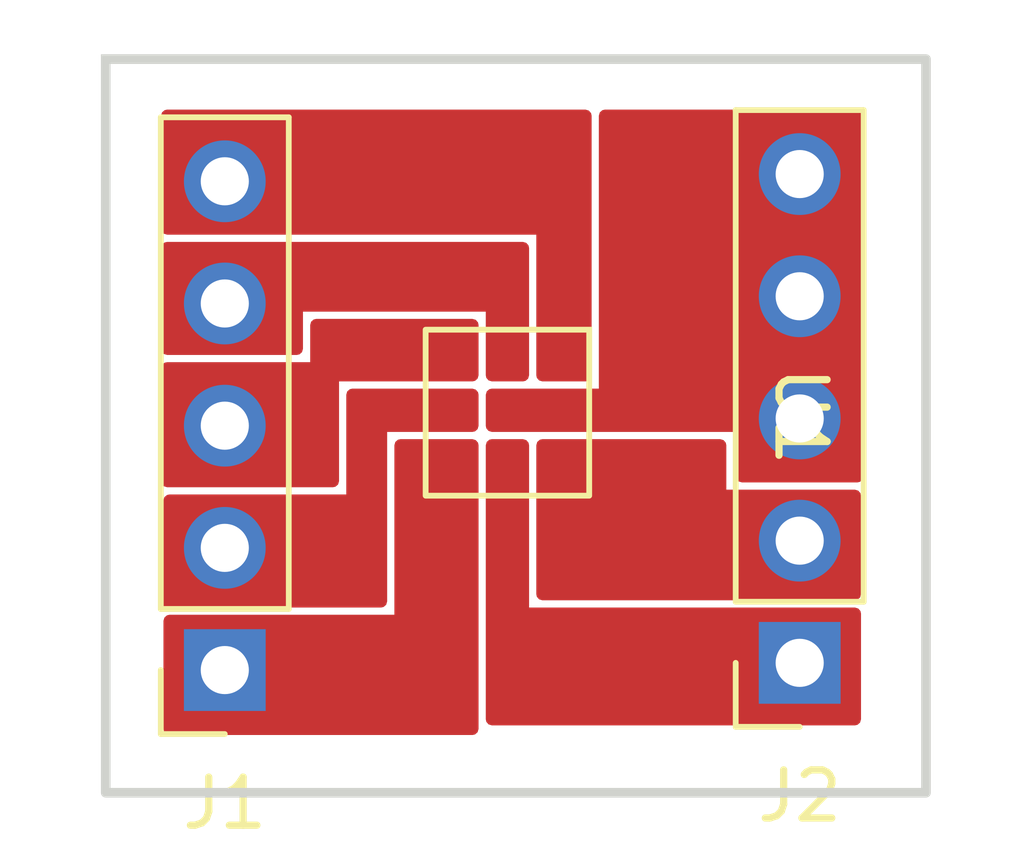
<source format=kicad_pcb>
(kicad_pcb (version 20211014) (generator pcbnew)
  (layers (0 "F.Cu" signal) (31 "B.Cu" signal) (34 "B.Paste" user) (35 "F.Paste" user) (36 "B.SilkS" user "B.Silkscreen") (37 "F.SilkS" user "F.Silkscreen") (38 "B.Mask" user) (39 "F.Mask" user) (44 "Edge.Cuts" user))
  (net 0 "")
  (net 1 "+3V3")
  (net 2 "+1V8")
  (net 3 "Net-(J1-Pad3)")
  (net 4 "Net-(J1-Pad4)")
  (net 5 "Net-(J1-Pad5)")
  (net 6 "Net-(J2-Pad1)")
  (net 7 "Net-(J2-Pad2)")
  (net 8 "GND")
  (footprint "Connector_PinSocket_2.54mm:PinSocket_1x05_P2.54mm_Vertical" (layer "F.Cu") (at 137.975 104.3 180)
    (fp_text reference "J1" (at 0 -2.77) (layer "F.SilkS"))
    (fp_text value "Conn_01x05")
    (fp_line (start 1.33 -1.33) (end 1.33 0) (layer "F.SilkS") (width 0.12))
    (fp_line (start 0 -1.33) (end 1.33 -1.33) (layer "F.SilkS") (width 0.12))
    (fp_line (start -1.33 1.27) (end -1.33 11.49) (layer "F.SilkS") (width 0.12))
    (fp_line (start -1.33 1.27) (end 1.33 1.27) (layer "F.SilkS") (width 0.12))
    (fp_line (start 1.33 1.27) (end 1.33 11.49) (layer "F.SilkS") (width 0.12))
    (fp_line (start -1.33 11.49) (end 1.33 11.49) (layer "F.SilkS") (width 0.12))
    (pad "1" thru_hole rect (at 0 0 180) (size 1.7 1.7) (drill 1) (layers *.Cu *.Mask) (net 1 "+3V3"))
    (pad "2" thru_hole oval (at 0 2.54 180) (size 1.7 1.7) (drill 1) (layers *.Cu *.Mask) (net 2 "+1V8"))
    (pad "3" thru_hole oval (at 0 5.08 180) (size 1.7 1.7) (drill 1) (layers *.Cu *.Mask) (net 3 "Net-(J1-Pad3)"))
    (pad "4" thru_hole oval (at 0 7.62 180) (size 1.7 1.7) (drill 1) (layers *.Cu *.Mask) (net 4 "Net-(J1-Pad4)"))
    (pad "5" thru_hole oval (at 0 10.16 180) (size 1.7 1.7) (drill 1) (layers *.Cu *.Mask) (net 5 "Net-(J1-Pad5)"))
  )
  (footprint "Connector_PinSocket_2.54mm:PinSocket_1x05_P2.54mm_Vertical" (layer "F.Cu") (at 149.925 104.15 180)
    (fp_text reference "J2" (at 0 -2.77) (layer "F.SilkS"))
    (fp_text value "Conn_01x05")
    (fp_line (start -1.33 1.27) (end -1.33 11.49) (layer "F.SilkS") (width 0.12))
    (fp_line (start -1.33 11.49) (end 1.33 11.49) (layer "F.SilkS") (width 0.12))
    (fp_line (start 0 -1.33) (end 1.33 -1.33) (layer "F.SilkS") (width 0.12))
    (fp_line (start 1.33 1.27) (end 1.33 11.49) (layer "F.SilkS") (width 0.12))
    (fp_line (start -1.33 1.27) (end 1.33 1.27) (layer "F.SilkS") (width 0.12))
    (fp_line (start 1.33 -1.33) (end 1.33 0) (layer "F.SilkS") (width 0.12))
    (pad "1" thru_hole rect (at 0 0 180) (size 1.7 1.7) (drill 1) (layers *.Cu *.Mask) (net 6 "Net-(J2-Pad1)"))
    (pad "2" thru_hole oval (at 0 2.54 180) (size 1.7 1.7) (drill 1) (layers *.Cu *.Mask) (net 7 "Net-(J2-Pad2)"))
    (pad "3" thru_hole oval (at 0 5.08 180) (size 1.7 1.7) (drill 1) (layers *.Cu *.Mask) (net 8 "GND"))
    (pad "4" thru_hole oval (at 0 7.62 180) (size 1.7 1.7) (drill 1) (layers *.Cu *.Mask) (net 8 "GND"))
    (pad "5" thru_hole oval (at 0 10.16 180) (size 1.7 1.7) (drill 1) (layers *.Cu *.Mask) (net 8 "GND"))
  )
  (footprint "SensorDesign:ENS160" (layer "F.Cu") (at 144.9 97.875 -90)
    (fp_text reference "U1" (at 1.15 -5.05 -90 unlocked) (layer "F.SilkS"))
    (fp_text value "ENS160")
    (fp_rect (start -0.65 -0.65) (end 2.8 2.75) (layer "F.SilkS") (width 0.12) (fill none))
    (pad "1" smd rect (at 0 0 270) (size 0.7 0.7) (layers "F.Cu" "F.Paste" "F.Mask") (net 5 "Net-(J1-Pad5)"))
    (pad "2" smd rect (at 0 1.05 270) (size 0.7 0.7) (layers "F.Cu" "F.Paste" "F.Mask") (net 4 "Net-(J1-Pad4)"))
    (pad "3" smd rect (at 0 2.1 270) (size 0.7 0.7) (layers "F.Cu" "F.Paste" "F.Mask") (net 3 "Net-(J1-Pad3)"))
    (pad "4" smd rect (at 1.05 2.1 270) (size 0.7 0.7) (layers "F.Cu" "F.Paste" "F.Mask") (net 2 "+1V8"))
    (pad "5" smd rect (at 2.1 2.1 270) (size 0.7 0.7) (layers "F.Cu" "F.Paste" "F.Mask") (net 1 "+3V3"))
    (pad "6" smd rect (at 2.1 1.05 270) (size 0.7 0.7) (layers "F.Cu" "F.Paste" "F.Mask") (net 6 "Net-(J2-Pad1)"))
    (pad "7" smd rect (at 2.1 0 270) (size 0.7 0.7) (layers "F.Cu" "F.Paste" "F.Mask") (net 7 "Net-(J2-Pad2)"))
    (pad "8" smd rect (at 1.05 0 270) (size 0.7 0.7) (layers "F.Cu" "F.Paste" "F.Mask") (net 8 "GND"))
    (pad "9" smd rect (at 1.05 1.05 270) (size 0.7 0.7) (layers "F.Cu" "F.Paste" "F.Mask") (net 8 "GND"))
  )
  (gr_rect (start 135.5 91.6) (end 152.55 106.85) (layer "Edge.Cuts") (width 0.2) (fill none))
  (zone (net 3) (net_name "Net-(J1-Pad3)") (layer "F.Cu") (connect_pads yes (clearance 0)) (min_thickness 0.254) (fill yes (thermal_gap 0.508) (thermal_bridge_width 0.508))
    (polygon (pts (xy 143.25 98.3) (xy 140.35 98.3) (xy 140.35 100.5) (xy 136.65 100.5) (xy 136.65 97.9) (xy 139.75 97.9) (xy 139.75 97) (xy 143.25 97)))
  )
  (zone (net 1) (net_name "+3V3") (layer "F.Cu") (connect_pads yes (clearance 0)) (min_thickness 0.254) (fill yes (thermal_gap 0.508) (thermal_bridge_width 0.508))
    (polygon (pts (xy 143.25 105.65) (xy 136.7 105.65) (xy 136.7 103.15) (xy 141.5 103.15) (xy 141.5 99.5) (xy 143.25 99.5)))
  )
  (zone (net 6) (net_name "Net-(J2-Pad1)") (layer "F.Cu") (connect_pads yes (clearance 0)) (min_thickness 0.254) (fill yes (thermal_gap 0.508) (thermal_bridge_width 0.508))
    (polygon (pts (xy 144.3 103) (xy 151.2 103) (xy 151.2 105.45) (xy 143.4 105.45) (xy 143.4 99.5) (xy 144.3 99.5)))
  )
  (zone (net 2) (net_name "+1V8") (layer "F.Cu") (connect_pads yes (clearance 0)) (min_thickness 0.254) (fill yes (thermal_gap 0.508) (thermal_bridge_width 0.508))
    (polygon (pts (xy 143.25 99.35) (xy 141.35 99.35) (xy 141.35 103) (xy 136.65 103) (xy 136.7 100.65) (xy 140.5 100.65) (xy 140.5 98.45) (xy 143.25 98.45)))
  )
  (zone (net 5) (net_name "Net-(J1-Pad5)") (layer "F.Cu") (connect_pads yes (clearance 0)) (min_thickness 0.254) (fill yes (thermal_gap 0.508) (thermal_bridge_width 0.508))
    (polygon (pts (xy 145.6 98.3) (xy 144.45 98.3) (xy 144.45 95.25) (xy 136.65 95.25) (xy 136.65 92.65) (xy 145.6 92.65)))
  )
  (zone (net 4) (net_name "Net-(J1-Pad4)") (layer "F.Cu") (connect_pads yes (clearance 0)) (min_thickness 0.254) (fill yes (thermal_gap 0.508) (thermal_bridge_width 0.508))
    (polygon (pts (xy 144.3 98.3) (xy 143.4 98.3) (xy 143.4 96.85) (xy 139.6 96.85) (xy 139.6 97.75) (xy 136.65 97.75) (xy 136.65 95.4) (xy 144.3 95.4)))
  )
  (zone (net 8) (net_name "GND") (layer "F.Cu") (connect_pads yes (clearance 0)) (min_thickness 0.254) (fill yes (thermal_gap 0.508) (thermal_bridge_width 0.508))
    (polygon (pts (xy 151.25 100.4) (xy 148.6 100.4) (xy 148.6 99.35) (xy 143.4 99.35) (xy 143.4 98.45) (xy 145.75 98.45) (xy 145.75 92.65) (xy 151.25 92.65)))
  )
  (zone (net 7) (net_name "Net-(J2-Pad2)") (layer "F.Cu") (connect_pads yes (clearance 0)) (min_thickness 0.254) (fill yes (thermal_gap 0.508) (thermal_bridge_width 0.508))
    (polygon (pts (xy 148.4 100.55) (xy 151.2 100.55) (xy 151.2 102.85) (xy 144.45 102.85) (xy 144.45 99.5) (xy 148.4 99.5)))
  )
)
</source>
